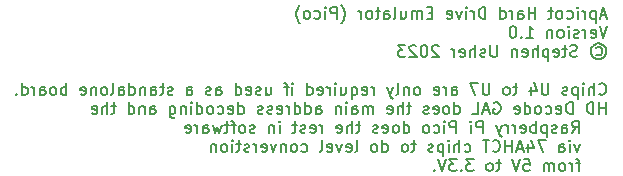
<source format=gbr>
%TF.GenerationSoftware,KiCad,Pcbnew,(6.0.9)*%
%TF.CreationDate,2022-12-18T09:22:53+00:00*%
%TF.ProjectId,Apricot-Hard-Disk-Interface,41707269-636f-4742-9d48-6172642d4469,rev?*%
%TF.SameCoordinates,Original*%
%TF.FileFunction,Legend,Bot*%
%TF.FilePolarity,Positive*%
%FSLAX46Y46*%
G04 Gerber Fmt 4.6, Leading zero omitted, Abs format (unit mm)*
G04 Created by KiCad (PCBNEW (6.0.9)) date 2022-12-18 09:22:53*
%MOMM*%
%LPD*%
G01*
G04 APERTURE LIST*
%ADD10C,0.150000*%
G04 APERTURE END LIST*
D10*
X178612023Y-108926666D02*
X178135833Y-108926666D01*
X178707261Y-109212380D02*
X178373928Y-108212380D01*
X178040595Y-109212380D01*
X177707261Y-108545714D02*
X177707261Y-109545714D01*
X177707261Y-108593333D02*
X177612023Y-108545714D01*
X177421547Y-108545714D01*
X177326309Y-108593333D01*
X177278690Y-108640952D01*
X177231071Y-108736190D01*
X177231071Y-109021904D01*
X177278690Y-109117142D01*
X177326309Y-109164761D01*
X177421547Y-109212380D01*
X177612023Y-109212380D01*
X177707261Y-109164761D01*
X176802500Y-109212380D02*
X176802500Y-108545714D01*
X176802500Y-108736190D02*
X176754880Y-108640952D01*
X176707261Y-108593333D01*
X176612023Y-108545714D01*
X176516785Y-108545714D01*
X176183452Y-109212380D02*
X176183452Y-108545714D01*
X176183452Y-108212380D02*
X176231071Y-108260000D01*
X176183452Y-108307619D01*
X176135833Y-108260000D01*
X176183452Y-108212380D01*
X176183452Y-108307619D01*
X175278690Y-109164761D02*
X175373928Y-109212380D01*
X175564404Y-109212380D01*
X175659642Y-109164761D01*
X175707261Y-109117142D01*
X175754880Y-109021904D01*
X175754880Y-108736190D01*
X175707261Y-108640952D01*
X175659642Y-108593333D01*
X175564404Y-108545714D01*
X175373928Y-108545714D01*
X175278690Y-108593333D01*
X174707261Y-109212380D02*
X174802500Y-109164761D01*
X174850119Y-109117142D01*
X174897738Y-109021904D01*
X174897738Y-108736190D01*
X174850119Y-108640952D01*
X174802500Y-108593333D01*
X174707261Y-108545714D01*
X174564404Y-108545714D01*
X174469166Y-108593333D01*
X174421547Y-108640952D01*
X174373928Y-108736190D01*
X174373928Y-109021904D01*
X174421547Y-109117142D01*
X174469166Y-109164761D01*
X174564404Y-109212380D01*
X174707261Y-109212380D01*
X174088214Y-108545714D02*
X173707261Y-108545714D01*
X173945357Y-108212380D02*
X173945357Y-109069523D01*
X173897738Y-109164761D01*
X173802500Y-109212380D01*
X173707261Y-109212380D01*
X172612023Y-109212380D02*
X172612023Y-108212380D01*
X172612023Y-108688571D02*
X172040595Y-108688571D01*
X172040595Y-109212380D02*
X172040595Y-108212380D01*
X171135833Y-109212380D02*
X171135833Y-108688571D01*
X171183452Y-108593333D01*
X171278690Y-108545714D01*
X171469166Y-108545714D01*
X171564404Y-108593333D01*
X171135833Y-109164761D02*
X171231071Y-109212380D01*
X171469166Y-109212380D01*
X171564404Y-109164761D01*
X171612023Y-109069523D01*
X171612023Y-108974285D01*
X171564404Y-108879047D01*
X171469166Y-108831428D01*
X171231071Y-108831428D01*
X171135833Y-108783809D01*
X170659642Y-109212380D02*
X170659642Y-108545714D01*
X170659642Y-108736190D02*
X170612023Y-108640952D01*
X170564404Y-108593333D01*
X170469166Y-108545714D01*
X170373928Y-108545714D01*
X169612023Y-109212380D02*
X169612023Y-108212380D01*
X169612023Y-109164761D02*
X169707261Y-109212380D01*
X169897738Y-109212380D01*
X169992976Y-109164761D01*
X170040595Y-109117142D01*
X170088214Y-109021904D01*
X170088214Y-108736190D01*
X170040595Y-108640952D01*
X169992976Y-108593333D01*
X169897738Y-108545714D01*
X169707261Y-108545714D01*
X169612023Y-108593333D01*
X168373928Y-109212380D02*
X168373928Y-108212380D01*
X168135833Y-108212380D01*
X167992976Y-108260000D01*
X167897738Y-108355238D01*
X167850119Y-108450476D01*
X167802500Y-108640952D01*
X167802500Y-108783809D01*
X167850119Y-108974285D01*
X167897738Y-109069523D01*
X167992976Y-109164761D01*
X168135833Y-109212380D01*
X168373928Y-109212380D01*
X167373928Y-109212380D02*
X167373928Y-108545714D01*
X167373928Y-108736190D02*
X167326309Y-108640952D01*
X167278690Y-108593333D01*
X167183452Y-108545714D01*
X167088214Y-108545714D01*
X166754880Y-109212380D02*
X166754880Y-108545714D01*
X166754880Y-108212380D02*
X166802500Y-108260000D01*
X166754880Y-108307619D01*
X166707261Y-108260000D01*
X166754880Y-108212380D01*
X166754880Y-108307619D01*
X166373928Y-108545714D02*
X166135833Y-109212380D01*
X165897738Y-108545714D01*
X165135833Y-109164761D02*
X165231071Y-109212380D01*
X165421547Y-109212380D01*
X165516785Y-109164761D01*
X165564404Y-109069523D01*
X165564404Y-108688571D01*
X165516785Y-108593333D01*
X165421547Y-108545714D01*
X165231071Y-108545714D01*
X165135833Y-108593333D01*
X165088214Y-108688571D01*
X165088214Y-108783809D01*
X165564404Y-108879047D01*
X163897738Y-108688571D02*
X163564404Y-108688571D01*
X163421547Y-109212380D02*
X163897738Y-109212380D01*
X163897738Y-108212380D01*
X163421547Y-108212380D01*
X162992976Y-109212380D02*
X162992976Y-108545714D01*
X162992976Y-108640952D02*
X162945357Y-108593333D01*
X162850119Y-108545714D01*
X162707261Y-108545714D01*
X162612023Y-108593333D01*
X162564404Y-108688571D01*
X162564404Y-109212380D01*
X162564404Y-108688571D02*
X162516785Y-108593333D01*
X162421547Y-108545714D01*
X162278690Y-108545714D01*
X162183452Y-108593333D01*
X162135833Y-108688571D01*
X162135833Y-109212380D01*
X161231071Y-108545714D02*
X161231071Y-109212380D01*
X161659642Y-108545714D02*
X161659642Y-109069523D01*
X161612023Y-109164761D01*
X161516785Y-109212380D01*
X161373928Y-109212380D01*
X161278690Y-109164761D01*
X161231071Y-109117142D01*
X160612023Y-109212380D02*
X160707261Y-109164761D01*
X160754880Y-109069523D01*
X160754880Y-108212380D01*
X159802500Y-109212380D02*
X159802500Y-108688571D01*
X159850119Y-108593333D01*
X159945357Y-108545714D01*
X160135833Y-108545714D01*
X160231071Y-108593333D01*
X159802500Y-109164761D02*
X159897738Y-109212380D01*
X160135833Y-109212380D01*
X160231071Y-109164761D01*
X160278690Y-109069523D01*
X160278690Y-108974285D01*
X160231071Y-108879047D01*
X160135833Y-108831428D01*
X159897738Y-108831428D01*
X159802500Y-108783809D01*
X159469166Y-108545714D02*
X159088214Y-108545714D01*
X159326309Y-108212380D02*
X159326309Y-109069523D01*
X159278690Y-109164761D01*
X159183452Y-109212380D01*
X159088214Y-109212380D01*
X158612023Y-109212380D02*
X158707261Y-109164761D01*
X158754880Y-109117142D01*
X158802500Y-109021904D01*
X158802500Y-108736190D01*
X158754880Y-108640952D01*
X158707261Y-108593333D01*
X158612023Y-108545714D01*
X158469166Y-108545714D01*
X158373928Y-108593333D01*
X158326309Y-108640952D01*
X158278690Y-108736190D01*
X158278690Y-109021904D01*
X158326309Y-109117142D01*
X158373928Y-109164761D01*
X158469166Y-109212380D01*
X158612023Y-109212380D01*
X157850119Y-109212380D02*
X157850119Y-108545714D01*
X157850119Y-108736190D02*
X157802500Y-108640952D01*
X157754880Y-108593333D01*
X157659642Y-108545714D01*
X157564404Y-108545714D01*
X156183452Y-109593333D02*
X156231071Y-109545714D01*
X156326309Y-109402857D01*
X156373928Y-109307619D01*
X156421547Y-109164761D01*
X156469166Y-108926666D01*
X156469166Y-108736190D01*
X156421547Y-108498095D01*
X156373928Y-108355238D01*
X156326309Y-108260000D01*
X156231071Y-108117142D01*
X156183452Y-108069523D01*
X155802500Y-109212380D02*
X155802500Y-108212380D01*
X155421547Y-108212380D01*
X155326309Y-108260000D01*
X155278690Y-108307619D01*
X155231071Y-108402857D01*
X155231071Y-108545714D01*
X155278690Y-108640952D01*
X155326309Y-108688571D01*
X155421547Y-108736190D01*
X155802500Y-108736190D01*
X154802500Y-109212380D02*
X154802500Y-108545714D01*
X154802500Y-108212380D02*
X154850119Y-108260000D01*
X154802500Y-108307619D01*
X154754880Y-108260000D01*
X154802500Y-108212380D01*
X154802500Y-108307619D01*
X153897738Y-109164761D02*
X153992976Y-109212380D01*
X154183452Y-109212380D01*
X154278690Y-109164761D01*
X154326309Y-109117142D01*
X154373928Y-109021904D01*
X154373928Y-108736190D01*
X154326309Y-108640952D01*
X154278690Y-108593333D01*
X154183452Y-108545714D01*
X153992976Y-108545714D01*
X153897738Y-108593333D01*
X153326309Y-109212380D02*
X153421547Y-109164761D01*
X153469166Y-109117142D01*
X153516785Y-109021904D01*
X153516785Y-108736190D01*
X153469166Y-108640952D01*
X153421547Y-108593333D01*
X153326309Y-108545714D01*
X153183452Y-108545714D01*
X153088214Y-108593333D01*
X153040595Y-108640952D01*
X152992976Y-108736190D01*
X152992976Y-109021904D01*
X153040595Y-109117142D01*
X153088214Y-109164761D01*
X153183452Y-109212380D01*
X153326309Y-109212380D01*
X152659642Y-109593333D02*
X152612023Y-109545714D01*
X152516785Y-109402857D01*
X152469166Y-109307619D01*
X152421547Y-109164761D01*
X152373928Y-108926666D01*
X152373928Y-108736190D01*
X152421547Y-108498095D01*
X152469166Y-108355238D01*
X152516785Y-108260000D01*
X152612023Y-108117142D01*
X152659642Y-108069523D01*
X178707261Y-109822380D02*
X178373928Y-110822380D01*
X178040595Y-109822380D01*
X177326309Y-110774761D02*
X177421547Y-110822380D01*
X177612023Y-110822380D01*
X177707261Y-110774761D01*
X177754880Y-110679523D01*
X177754880Y-110298571D01*
X177707261Y-110203333D01*
X177612023Y-110155714D01*
X177421547Y-110155714D01*
X177326309Y-110203333D01*
X177278690Y-110298571D01*
X177278690Y-110393809D01*
X177754880Y-110489047D01*
X176850119Y-110822380D02*
X176850119Y-110155714D01*
X176850119Y-110346190D02*
X176802500Y-110250952D01*
X176754880Y-110203333D01*
X176659642Y-110155714D01*
X176564404Y-110155714D01*
X176278690Y-110774761D02*
X176183452Y-110822380D01*
X175992976Y-110822380D01*
X175897738Y-110774761D01*
X175850119Y-110679523D01*
X175850119Y-110631904D01*
X175897738Y-110536666D01*
X175992976Y-110489047D01*
X176135833Y-110489047D01*
X176231071Y-110441428D01*
X176278690Y-110346190D01*
X176278690Y-110298571D01*
X176231071Y-110203333D01*
X176135833Y-110155714D01*
X175992976Y-110155714D01*
X175897738Y-110203333D01*
X175421547Y-110822380D02*
X175421547Y-110155714D01*
X175421547Y-109822380D02*
X175469166Y-109870000D01*
X175421547Y-109917619D01*
X175373928Y-109870000D01*
X175421547Y-109822380D01*
X175421547Y-109917619D01*
X174802500Y-110822380D02*
X174897738Y-110774761D01*
X174945357Y-110727142D01*
X174992976Y-110631904D01*
X174992976Y-110346190D01*
X174945357Y-110250952D01*
X174897738Y-110203333D01*
X174802500Y-110155714D01*
X174659642Y-110155714D01*
X174564404Y-110203333D01*
X174516785Y-110250952D01*
X174469166Y-110346190D01*
X174469166Y-110631904D01*
X174516785Y-110727142D01*
X174564404Y-110774761D01*
X174659642Y-110822380D01*
X174802500Y-110822380D01*
X174040595Y-110155714D02*
X174040595Y-110822380D01*
X174040595Y-110250952D02*
X173992976Y-110203333D01*
X173897738Y-110155714D01*
X173754880Y-110155714D01*
X173659642Y-110203333D01*
X173612023Y-110298571D01*
X173612023Y-110822380D01*
X171850119Y-110822380D02*
X172421547Y-110822380D01*
X172135833Y-110822380D02*
X172135833Y-109822380D01*
X172231071Y-109965238D01*
X172326309Y-110060476D01*
X172421547Y-110108095D01*
X171421547Y-110727142D02*
X171373928Y-110774761D01*
X171421547Y-110822380D01*
X171469166Y-110774761D01*
X171421547Y-110727142D01*
X171421547Y-110822380D01*
X170754880Y-109822380D02*
X170659642Y-109822380D01*
X170564404Y-109870000D01*
X170516785Y-109917619D01*
X170469166Y-110012857D01*
X170421547Y-110203333D01*
X170421547Y-110441428D01*
X170469166Y-110631904D01*
X170516785Y-110727142D01*
X170564404Y-110774761D01*
X170659642Y-110822380D01*
X170754880Y-110822380D01*
X170850119Y-110774761D01*
X170897738Y-110727142D01*
X170945357Y-110631904D01*
X170992976Y-110441428D01*
X170992976Y-110203333D01*
X170945357Y-110012857D01*
X170897738Y-109917619D01*
X170850119Y-109870000D01*
X170754880Y-109822380D01*
X177754880Y-111670476D02*
X177850119Y-111622857D01*
X178040595Y-111622857D01*
X178135833Y-111670476D01*
X178231071Y-111765714D01*
X178278690Y-111860952D01*
X178278690Y-112051428D01*
X178231071Y-112146666D01*
X178135833Y-112241904D01*
X178040595Y-112289523D01*
X177850119Y-112289523D01*
X177754880Y-112241904D01*
X177945357Y-111289523D02*
X178183452Y-111337142D01*
X178421547Y-111480000D01*
X178564404Y-111718095D01*
X178612023Y-111956190D01*
X178564404Y-112194285D01*
X178421547Y-112432380D01*
X178183452Y-112575238D01*
X177945357Y-112622857D01*
X177707261Y-112575238D01*
X177469166Y-112432380D01*
X177326309Y-112194285D01*
X177278690Y-111956190D01*
X177326309Y-111718095D01*
X177469166Y-111480000D01*
X177707261Y-111337142D01*
X177945357Y-111289523D01*
X176135833Y-112384761D02*
X175992976Y-112432380D01*
X175754880Y-112432380D01*
X175659642Y-112384761D01*
X175612023Y-112337142D01*
X175564404Y-112241904D01*
X175564404Y-112146666D01*
X175612023Y-112051428D01*
X175659642Y-112003809D01*
X175754880Y-111956190D01*
X175945357Y-111908571D01*
X176040595Y-111860952D01*
X176088214Y-111813333D01*
X176135833Y-111718095D01*
X176135833Y-111622857D01*
X176088214Y-111527619D01*
X176040595Y-111480000D01*
X175945357Y-111432380D01*
X175707261Y-111432380D01*
X175564404Y-111480000D01*
X175278690Y-111765714D02*
X174897738Y-111765714D01*
X175135833Y-111432380D02*
X175135833Y-112289523D01*
X175088214Y-112384761D01*
X174992976Y-112432380D01*
X174897738Y-112432380D01*
X174183452Y-112384761D02*
X174278690Y-112432380D01*
X174469166Y-112432380D01*
X174564404Y-112384761D01*
X174612023Y-112289523D01*
X174612023Y-111908571D01*
X174564404Y-111813333D01*
X174469166Y-111765714D01*
X174278690Y-111765714D01*
X174183452Y-111813333D01*
X174135833Y-111908571D01*
X174135833Y-112003809D01*
X174612023Y-112099047D01*
X173707261Y-111765714D02*
X173707261Y-112765714D01*
X173707261Y-111813333D02*
X173612023Y-111765714D01*
X173421547Y-111765714D01*
X173326309Y-111813333D01*
X173278690Y-111860952D01*
X173231071Y-111956190D01*
X173231071Y-112241904D01*
X173278690Y-112337142D01*
X173326309Y-112384761D01*
X173421547Y-112432380D01*
X173612023Y-112432380D01*
X173707261Y-112384761D01*
X172802500Y-112432380D02*
X172802500Y-111432380D01*
X172373928Y-112432380D02*
X172373928Y-111908571D01*
X172421547Y-111813333D01*
X172516785Y-111765714D01*
X172659642Y-111765714D01*
X172754880Y-111813333D01*
X172802500Y-111860952D01*
X171516785Y-112384761D02*
X171612023Y-112432380D01*
X171802500Y-112432380D01*
X171897738Y-112384761D01*
X171945357Y-112289523D01*
X171945357Y-111908571D01*
X171897738Y-111813333D01*
X171802500Y-111765714D01*
X171612023Y-111765714D01*
X171516785Y-111813333D01*
X171469166Y-111908571D01*
X171469166Y-112003809D01*
X171945357Y-112099047D01*
X171040595Y-111765714D02*
X171040595Y-112432380D01*
X171040595Y-111860952D02*
X170992976Y-111813333D01*
X170897738Y-111765714D01*
X170754880Y-111765714D01*
X170659642Y-111813333D01*
X170612023Y-111908571D01*
X170612023Y-112432380D01*
X169373928Y-111432380D02*
X169373928Y-112241904D01*
X169326309Y-112337142D01*
X169278690Y-112384761D01*
X169183452Y-112432380D01*
X168992976Y-112432380D01*
X168897738Y-112384761D01*
X168850119Y-112337142D01*
X168802500Y-112241904D01*
X168802500Y-111432380D01*
X168373928Y-112384761D02*
X168278690Y-112432380D01*
X168088214Y-112432380D01*
X167992976Y-112384761D01*
X167945357Y-112289523D01*
X167945357Y-112241904D01*
X167992976Y-112146666D01*
X168088214Y-112099047D01*
X168231071Y-112099047D01*
X168326309Y-112051428D01*
X168373928Y-111956190D01*
X168373928Y-111908571D01*
X168326309Y-111813333D01*
X168231071Y-111765714D01*
X168088214Y-111765714D01*
X167992976Y-111813333D01*
X167516785Y-112432380D02*
X167516785Y-111432380D01*
X167088214Y-112432380D02*
X167088214Y-111908571D01*
X167135833Y-111813333D01*
X167231071Y-111765714D01*
X167373928Y-111765714D01*
X167469166Y-111813333D01*
X167516785Y-111860952D01*
X166231071Y-112384761D02*
X166326309Y-112432380D01*
X166516785Y-112432380D01*
X166612023Y-112384761D01*
X166659642Y-112289523D01*
X166659642Y-111908571D01*
X166612023Y-111813333D01*
X166516785Y-111765714D01*
X166326309Y-111765714D01*
X166231071Y-111813333D01*
X166183452Y-111908571D01*
X166183452Y-112003809D01*
X166659642Y-112099047D01*
X165754880Y-112432380D02*
X165754880Y-111765714D01*
X165754880Y-111956190D02*
X165707261Y-111860952D01*
X165659642Y-111813333D01*
X165564404Y-111765714D01*
X165469166Y-111765714D01*
X164421547Y-111527619D02*
X164373928Y-111480000D01*
X164278690Y-111432380D01*
X164040595Y-111432380D01*
X163945357Y-111480000D01*
X163897738Y-111527619D01*
X163850119Y-111622857D01*
X163850119Y-111718095D01*
X163897738Y-111860952D01*
X164469166Y-112432380D01*
X163850119Y-112432380D01*
X163231071Y-111432380D02*
X163135833Y-111432380D01*
X163040595Y-111480000D01*
X162992976Y-111527619D01*
X162945357Y-111622857D01*
X162897738Y-111813333D01*
X162897738Y-112051428D01*
X162945357Y-112241904D01*
X162992976Y-112337142D01*
X163040595Y-112384761D01*
X163135833Y-112432380D01*
X163231071Y-112432380D01*
X163326309Y-112384761D01*
X163373928Y-112337142D01*
X163421547Y-112241904D01*
X163469166Y-112051428D01*
X163469166Y-111813333D01*
X163421547Y-111622857D01*
X163373928Y-111527619D01*
X163326309Y-111480000D01*
X163231071Y-111432380D01*
X162516785Y-111527619D02*
X162469166Y-111480000D01*
X162373928Y-111432380D01*
X162135833Y-111432380D01*
X162040595Y-111480000D01*
X161992976Y-111527619D01*
X161945357Y-111622857D01*
X161945357Y-111718095D01*
X161992976Y-111860952D01*
X162564404Y-112432380D01*
X161945357Y-112432380D01*
X161612023Y-111432380D02*
X160992976Y-111432380D01*
X161326309Y-111813333D01*
X161183452Y-111813333D01*
X161088214Y-111860952D01*
X161040595Y-111908571D01*
X160992976Y-112003809D01*
X160992976Y-112241904D01*
X161040595Y-112337142D01*
X161088214Y-112384761D01*
X161183452Y-112432380D01*
X161469166Y-112432380D01*
X161564404Y-112384761D01*
X161612023Y-112337142D01*
X177992976Y-115557142D02*
X178040595Y-115604761D01*
X178183452Y-115652380D01*
X178278690Y-115652380D01*
X178421547Y-115604761D01*
X178516785Y-115509523D01*
X178564404Y-115414285D01*
X178612023Y-115223809D01*
X178612023Y-115080952D01*
X178564404Y-114890476D01*
X178516785Y-114795238D01*
X178421547Y-114700000D01*
X178278690Y-114652380D01*
X178183452Y-114652380D01*
X178040595Y-114700000D01*
X177992976Y-114747619D01*
X177564404Y-115652380D02*
X177564404Y-114652380D01*
X177135833Y-115652380D02*
X177135833Y-115128571D01*
X177183452Y-115033333D01*
X177278690Y-114985714D01*
X177421547Y-114985714D01*
X177516785Y-115033333D01*
X177564404Y-115080952D01*
X176659642Y-115652380D02*
X176659642Y-114985714D01*
X176659642Y-114652380D02*
X176707261Y-114700000D01*
X176659642Y-114747619D01*
X176612023Y-114700000D01*
X176659642Y-114652380D01*
X176659642Y-114747619D01*
X176183452Y-114985714D02*
X176183452Y-115985714D01*
X176183452Y-115033333D02*
X176088214Y-114985714D01*
X175897738Y-114985714D01*
X175802500Y-115033333D01*
X175754880Y-115080952D01*
X175707261Y-115176190D01*
X175707261Y-115461904D01*
X175754880Y-115557142D01*
X175802500Y-115604761D01*
X175897738Y-115652380D01*
X176088214Y-115652380D01*
X176183452Y-115604761D01*
X175326309Y-115604761D02*
X175231071Y-115652380D01*
X175040595Y-115652380D01*
X174945357Y-115604761D01*
X174897738Y-115509523D01*
X174897738Y-115461904D01*
X174945357Y-115366666D01*
X175040595Y-115319047D01*
X175183452Y-115319047D01*
X175278690Y-115271428D01*
X175326309Y-115176190D01*
X175326309Y-115128571D01*
X175278690Y-115033333D01*
X175183452Y-114985714D01*
X175040595Y-114985714D01*
X174945357Y-115033333D01*
X173707261Y-114652380D02*
X173707261Y-115461904D01*
X173659642Y-115557142D01*
X173612023Y-115604761D01*
X173516785Y-115652380D01*
X173326309Y-115652380D01*
X173231071Y-115604761D01*
X173183452Y-115557142D01*
X173135833Y-115461904D01*
X173135833Y-114652380D01*
X172231071Y-114985714D02*
X172231071Y-115652380D01*
X172469166Y-114604761D02*
X172707261Y-115319047D01*
X172088214Y-115319047D01*
X171088214Y-114985714D02*
X170707261Y-114985714D01*
X170945357Y-114652380D02*
X170945357Y-115509523D01*
X170897738Y-115604761D01*
X170802500Y-115652380D01*
X170707261Y-115652380D01*
X170231071Y-115652380D02*
X170326309Y-115604761D01*
X170373928Y-115557142D01*
X170421547Y-115461904D01*
X170421547Y-115176190D01*
X170373928Y-115080952D01*
X170326309Y-115033333D01*
X170231071Y-114985714D01*
X170088214Y-114985714D01*
X169992976Y-115033333D01*
X169945357Y-115080952D01*
X169897738Y-115176190D01*
X169897738Y-115461904D01*
X169945357Y-115557142D01*
X169992976Y-115604761D01*
X170088214Y-115652380D01*
X170231071Y-115652380D01*
X168707261Y-114652380D02*
X168707261Y-115461904D01*
X168659642Y-115557142D01*
X168612023Y-115604761D01*
X168516785Y-115652380D01*
X168326309Y-115652380D01*
X168231071Y-115604761D01*
X168183452Y-115557142D01*
X168135833Y-115461904D01*
X168135833Y-114652380D01*
X167754880Y-114652380D02*
X167088214Y-114652380D01*
X167516785Y-115652380D01*
X165516785Y-115652380D02*
X165516785Y-115128571D01*
X165564404Y-115033333D01*
X165659642Y-114985714D01*
X165850119Y-114985714D01*
X165945357Y-115033333D01*
X165516785Y-115604761D02*
X165612023Y-115652380D01*
X165850119Y-115652380D01*
X165945357Y-115604761D01*
X165992976Y-115509523D01*
X165992976Y-115414285D01*
X165945357Y-115319047D01*
X165850119Y-115271428D01*
X165612023Y-115271428D01*
X165516785Y-115223809D01*
X165040595Y-115652380D02*
X165040595Y-114985714D01*
X165040595Y-115176190D02*
X164992976Y-115080952D01*
X164945357Y-115033333D01*
X164850119Y-114985714D01*
X164754880Y-114985714D01*
X164040595Y-115604761D02*
X164135833Y-115652380D01*
X164326309Y-115652380D01*
X164421547Y-115604761D01*
X164469166Y-115509523D01*
X164469166Y-115128571D01*
X164421547Y-115033333D01*
X164326309Y-114985714D01*
X164135833Y-114985714D01*
X164040595Y-115033333D01*
X163992976Y-115128571D01*
X163992976Y-115223809D01*
X164469166Y-115319047D01*
X162659642Y-115652380D02*
X162754880Y-115604761D01*
X162802500Y-115557142D01*
X162850119Y-115461904D01*
X162850119Y-115176190D01*
X162802500Y-115080952D01*
X162754880Y-115033333D01*
X162659642Y-114985714D01*
X162516785Y-114985714D01*
X162421547Y-115033333D01*
X162373928Y-115080952D01*
X162326309Y-115176190D01*
X162326309Y-115461904D01*
X162373928Y-115557142D01*
X162421547Y-115604761D01*
X162516785Y-115652380D01*
X162659642Y-115652380D01*
X161897738Y-114985714D02*
X161897738Y-115652380D01*
X161897738Y-115080952D02*
X161850119Y-115033333D01*
X161754880Y-114985714D01*
X161612023Y-114985714D01*
X161516785Y-115033333D01*
X161469166Y-115128571D01*
X161469166Y-115652380D01*
X160850119Y-115652380D02*
X160945357Y-115604761D01*
X160992976Y-115509523D01*
X160992976Y-114652380D01*
X160564404Y-114985714D02*
X160326309Y-115652380D01*
X160088214Y-114985714D02*
X160326309Y-115652380D01*
X160421547Y-115890476D01*
X160469166Y-115938095D01*
X160564404Y-115985714D01*
X158945357Y-115652380D02*
X158945357Y-114985714D01*
X158945357Y-115176190D02*
X158897738Y-115080952D01*
X158850119Y-115033333D01*
X158754880Y-114985714D01*
X158659642Y-114985714D01*
X157945357Y-115604761D02*
X158040595Y-115652380D01*
X158231071Y-115652380D01*
X158326309Y-115604761D01*
X158373928Y-115509523D01*
X158373928Y-115128571D01*
X158326309Y-115033333D01*
X158231071Y-114985714D01*
X158040595Y-114985714D01*
X157945357Y-115033333D01*
X157897738Y-115128571D01*
X157897738Y-115223809D01*
X158373928Y-115319047D01*
X157040595Y-114985714D02*
X157040595Y-115985714D01*
X157040595Y-115604761D02*
X157135833Y-115652380D01*
X157326309Y-115652380D01*
X157421547Y-115604761D01*
X157469166Y-115557142D01*
X157516785Y-115461904D01*
X157516785Y-115176190D01*
X157469166Y-115080952D01*
X157421547Y-115033333D01*
X157326309Y-114985714D01*
X157135833Y-114985714D01*
X157040595Y-115033333D01*
X156135833Y-114985714D02*
X156135833Y-115652380D01*
X156564404Y-114985714D02*
X156564404Y-115509523D01*
X156516785Y-115604761D01*
X156421547Y-115652380D01*
X156278690Y-115652380D01*
X156183452Y-115604761D01*
X156135833Y-115557142D01*
X155659642Y-115652380D02*
X155659642Y-114985714D01*
X155659642Y-114652380D02*
X155707261Y-114700000D01*
X155659642Y-114747619D01*
X155612023Y-114700000D01*
X155659642Y-114652380D01*
X155659642Y-114747619D01*
X155183452Y-115652380D02*
X155183452Y-114985714D01*
X155183452Y-115176190D02*
X155135833Y-115080952D01*
X155088214Y-115033333D01*
X154992976Y-114985714D01*
X154897738Y-114985714D01*
X154183452Y-115604761D02*
X154278690Y-115652380D01*
X154469166Y-115652380D01*
X154564404Y-115604761D01*
X154612023Y-115509523D01*
X154612023Y-115128571D01*
X154564404Y-115033333D01*
X154469166Y-114985714D01*
X154278690Y-114985714D01*
X154183452Y-115033333D01*
X154135833Y-115128571D01*
X154135833Y-115223809D01*
X154612023Y-115319047D01*
X153278690Y-115652380D02*
X153278690Y-114652380D01*
X153278690Y-115604761D02*
X153373928Y-115652380D01*
X153564404Y-115652380D01*
X153659642Y-115604761D01*
X153707261Y-115557142D01*
X153754880Y-115461904D01*
X153754880Y-115176190D01*
X153707261Y-115080952D01*
X153659642Y-115033333D01*
X153564404Y-114985714D01*
X153373928Y-114985714D01*
X153278690Y-115033333D01*
X152040595Y-115652380D02*
X152040595Y-114985714D01*
X152040595Y-114652380D02*
X152088214Y-114700000D01*
X152040595Y-114747619D01*
X151992976Y-114700000D01*
X152040595Y-114652380D01*
X152040595Y-114747619D01*
X151707261Y-114985714D02*
X151326309Y-114985714D01*
X151564404Y-115652380D02*
X151564404Y-114795238D01*
X151516785Y-114700000D01*
X151421547Y-114652380D01*
X151326309Y-114652380D01*
X149802500Y-114985714D02*
X149802500Y-115652380D01*
X150231071Y-114985714D02*
X150231071Y-115509523D01*
X150183452Y-115604761D01*
X150088214Y-115652380D01*
X149945357Y-115652380D01*
X149850119Y-115604761D01*
X149802500Y-115557142D01*
X149373928Y-115604761D02*
X149278690Y-115652380D01*
X149088214Y-115652380D01*
X148992976Y-115604761D01*
X148945357Y-115509523D01*
X148945357Y-115461904D01*
X148992976Y-115366666D01*
X149088214Y-115319047D01*
X149231071Y-115319047D01*
X149326309Y-115271428D01*
X149373928Y-115176190D01*
X149373928Y-115128571D01*
X149326309Y-115033333D01*
X149231071Y-114985714D01*
X149088214Y-114985714D01*
X148992976Y-115033333D01*
X148135833Y-115604761D02*
X148231071Y-115652380D01*
X148421547Y-115652380D01*
X148516785Y-115604761D01*
X148564404Y-115509523D01*
X148564404Y-115128571D01*
X148516785Y-115033333D01*
X148421547Y-114985714D01*
X148231071Y-114985714D01*
X148135833Y-115033333D01*
X148088214Y-115128571D01*
X148088214Y-115223809D01*
X148564404Y-115319047D01*
X147231071Y-115652380D02*
X147231071Y-114652380D01*
X147231071Y-115604761D02*
X147326309Y-115652380D01*
X147516785Y-115652380D01*
X147612023Y-115604761D01*
X147659642Y-115557142D01*
X147707261Y-115461904D01*
X147707261Y-115176190D01*
X147659642Y-115080952D01*
X147612023Y-115033333D01*
X147516785Y-114985714D01*
X147326309Y-114985714D01*
X147231071Y-115033333D01*
X145564404Y-115652380D02*
X145564404Y-115128571D01*
X145612023Y-115033333D01*
X145707261Y-114985714D01*
X145897738Y-114985714D01*
X145992976Y-115033333D01*
X145564404Y-115604761D02*
X145659642Y-115652380D01*
X145897738Y-115652380D01*
X145992976Y-115604761D01*
X146040595Y-115509523D01*
X146040595Y-115414285D01*
X145992976Y-115319047D01*
X145897738Y-115271428D01*
X145659642Y-115271428D01*
X145564404Y-115223809D01*
X145135833Y-115604761D02*
X145040595Y-115652380D01*
X144850119Y-115652380D01*
X144754880Y-115604761D01*
X144707261Y-115509523D01*
X144707261Y-115461904D01*
X144754880Y-115366666D01*
X144850119Y-115319047D01*
X144992976Y-115319047D01*
X145088214Y-115271428D01*
X145135833Y-115176190D01*
X145135833Y-115128571D01*
X145088214Y-115033333D01*
X144992976Y-114985714D01*
X144850119Y-114985714D01*
X144754880Y-115033333D01*
X143088214Y-115652380D02*
X143088214Y-115128571D01*
X143135833Y-115033333D01*
X143231071Y-114985714D01*
X143421547Y-114985714D01*
X143516785Y-115033333D01*
X143088214Y-115604761D02*
X143183452Y-115652380D01*
X143421547Y-115652380D01*
X143516785Y-115604761D01*
X143564404Y-115509523D01*
X143564404Y-115414285D01*
X143516785Y-115319047D01*
X143421547Y-115271428D01*
X143183452Y-115271428D01*
X143088214Y-115223809D01*
X141897738Y-115604761D02*
X141802500Y-115652380D01*
X141612023Y-115652380D01*
X141516785Y-115604761D01*
X141469166Y-115509523D01*
X141469166Y-115461904D01*
X141516785Y-115366666D01*
X141612023Y-115319047D01*
X141754880Y-115319047D01*
X141850119Y-115271428D01*
X141897738Y-115176190D01*
X141897738Y-115128571D01*
X141850119Y-115033333D01*
X141754880Y-114985714D01*
X141612023Y-114985714D01*
X141516785Y-115033333D01*
X141183452Y-114985714D02*
X140802500Y-114985714D01*
X141040595Y-114652380D02*
X141040595Y-115509523D01*
X140992976Y-115604761D01*
X140897738Y-115652380D01*
X140802500Y-115652380D01*
X140040595Y-115652380D02*
X140040595Y-115128571D01*
X140088214Y-115033333D01*
X140183452Y-114985714D01*
X140373928Y-114985714D01*
X140469166Y-115033333D01*
X140040595Y-115604761D02*
X140135833Y-115652380D01*
X140373928Y-115652380D01*
X140469166Y-115604761D01*
X140516785Y-115509523D01*
X140516785Y-115414285D01*
X140469166Y-115319047D01*
X140373928Y-115271428D01*
X140135833Y-115271428D01*
X140040595Y-115223809D01*
X139564404Y-114985714D02*
X139564404Y-115652380D01*
X139564404Y-115080952D02*
X139516785Y-115033333D01*
X139421547Y-114985714D01*
X139278690Y-114985714D01*
X139183452Y-115033333D01*
X139135833Y-115128571D01*
X139135833Y-115652380D01*
X138231071Y-115652380D02*
X138231071Y-114652380D01*
X138231071Y-115604761D02*
X138326309Y-115652380D01*
X138516785Y-115652380D01*
X138612023Y-115604761D01*
X138659642Y-115557142D01*
X138707261Y-115461904D01*
X138707261Y-115176190D01*
X138659642Y-115080952D01*
X138612023Y-115033333D01*
X138516785Y-114985714D01*
X138326309Y-114985714D01*
X138231071Y-115033333D01*
X137326309Y-115652380D02*
X137326309Y-115128571D01*
X137373928Y-115033333D01*
X137469166Y-114985714D01*
X137659642Y-114985714D01*
X137754880Y-115033333D01*
X137326309Y-115604761D02*
X137421547Y-115652380D01*
X137659642Y-115652380D01*
X137754880Y-115604761D01*
X137802500Y-115509523D01*
X137802500Y-115414285D01*
X137754880Y-115319047D01*
X137659642Y-115271428D01*
X137421547Y-115271428D01*
X137326309Y-115223809D01*
X136707261Y-115652380D02*
X136802500Y-115604761D01*
X136850119Y-115509523D01*
X136850119Y-114652380D01*
X136183452Y-115652380D02*
X136278690Y-115604761D01*
X136326309Y-115557142D01*
X136373928Y-115461904D01*
X136373928Y-115176190D01*
X136326309Y-115080952D01*
X136278690Y-115033333D01*
X136183452Y-114985714D01*
X136040595Y-114985714D01*
X135945357Y-115033333D01*
X135897738Y-115080952D01*
X135850119Y-115176190D01*
X135850119Y-115461904D01*
X135897738Y-115557142D01*
X135945357Y-115604761D01*
X136040595Y-115652380D01*
X136183452Y-115652380D01*
X135421547Y-114985714D02*
X135421547Y-115652380D01*
X135421547Y-115080952D02*
X135373928Y-115033333D01*
X135278690Y-114985714D01*
X135135833Y-114985714D01*
X135040595Y-115033333D01*
X134992976Y-115128571D01*
X134992976Y-115652380D01*
X134135833Y-115604761D02*
X134231071Y-115652380D01*
X134421547Y-115652380D01*
X134516785Y-115604761D01*
X134564404Y-115509523D01*
X134564404Y-115128571D01*
X134516785Y-115033333D01*
X134421547Y-114985714D01*
X134231071Y-114985714D01*
X134135833Y-115033333D01*
X134088214Y-115128571D01*
X134088214Y-115223809D01*
X134564404Y-115319047D01*
X132897738Y-115652380D02*
X132897738Y-114652380D01*
X132897738Y-115033333D02*
X132802500Y-114985714D01*
X132612023Y-114985714D01*
X132516785Y-115033333D01*
X132469166Y-115080952D01*
X132421547Y-115176190D01*
X132421547Y-115461904D01*
X132469166Y-115557142D01*
X132516785Y-115604761D01*
X132612023Y-115652380D01*
X132802500Y-115652380D01*
X132897738Y-115604761D01*
X131850119Y-115652380D02*
X131945357Y-115604761D01*
X131992976Y-115557142D01*
X132040595Y-115461904D01*
X132040595Y-115176190D01*
X131992976Y-115080952D01*
X131945357Y-115033333D01*
X131850119Y-114985714D01*
X131707261Y-114985714D01*
X131612023Y-115033333D01*
X131564404Y-115080952D01*
X131516785Y-115176190D01*
X131516785Y-115461904D01*
X131564404Y-115557142D01*
X131612023Y-115604761D01*
X131707261Y-115652380D01*
X131850119Y-115652380D01*
X130659642Y-115652380D02*
X130659642Y-115128571D01*
X130707261Y-115033333D01*
X130802500Y-114985714D01*
X130992976Y-114985714D01*
X131088214Y-115033333D01*
X130659642Y-115604761D02*
X130754880Y-115652380D01*
X130992976Y-115652380D01*
X131088214Y-115604761D01*
X131135833Y-115509523D01*
X131135833Y-115414285D01*
X131088214Y-115319047D01*
X130992976Y-115271428D01*
X130754880Y-115271428D01*
X130659642Y-115223809D01*
X130183452Y-115652380D02*
X130183452Y-114985714D01*
X130183452Y-115176190D02*
X130135833Y-115080952D01*
X130088214Y-115033333D01*
X129992976Y-114985714D01*
X129897738Y-114985714D01*
X129135833Y-115652380D02*
X129135833Y-114652380D01*
X129135833Y-115604761D02*
X129231071Y-115652380D01*
X129421547Y-115652380D01*
X129516785Y-115604761D01*
X129564404Y-115557142D01*
X129612023Y-115461904D01*
X129612023Y-115176190D01*
X129564404Y-115080952D01*
X129516785Y-115033333D01*
X129421547Y-114985714D01*
X129231071Y-114985714D01*
X129135833Y-115033333D01*
X128659642Y-115557142D02*
X128612023Y-115604761D01*
X128659642Y-115652380D01*
X128707261Y-115604761D01*
X128659642Y-115557142D01*
X128659642Y-115652380D01*
X178564404Y-117262380D02*
X178564404Y-116262380D01*
X178564404Y-116738571D02*
X177992976Y-116738571D01*
X177992976Y-117262380D02*
X177992976Y-116262380D01*
X177516785Y-117262380D02*
X177516785Y-116262380D01*
X177278690Y-116262380D01*
X177135833Y-116310000D01*
X177040595Y-116405238D01*
X176992976Y-116500476D01*
X176945357Y-116690952D01*
X176945357Y-116833809D01*
X176992976Y-117024285D01*
X177040595Y-117119523D01*
X177135833Y-117214761D01*
X177278690Y-117262380D01*
X177516785Y-117262380D01*
X175754880Y-117262380D02*
X175754880Y-116262380D01*
X175516785Y-116262380D01*
X175373928Y-116310000D01*
X175278690Y-116405238D01*
X175231071Y-116500476D01*
X175183452Y-116690952D01*
X175183452Y-116833809D01*
X175231071Y-117024285D01*
X175278690Y-117119523D01*
X175373928Y-117214761D01*
X175516785Y-117262380D01*
X175754880Y-117262380D01*
X174373928Y-117214761D02*
X174469166Y-117262380D01*
X174659642Y-117262380D01*
X174754880Y-117214761D01*
X174802500Y-117119523D01*
X174802500Y-116738571D01*
X174754880Y-116643333D01*
X174659642Y-116595714D01*
X174469166Y-116595714D01*
X174373928Y-116643333D01*
X174326309Y-116738571D01*
X174326309Y-116833809D01*
X174802500Y-116929047D01*
X173469166Y-117214761D02*
X173564404Y-117262380D01*
X173754880Y-117262380D01*
X173850119Y-117214761D01*
X173897738Y-117167142D01*
X173945357Y-117071904D01*
X173945357Y-116786190D01*
X173897738Y-116690952D01*
X173850119Y-116643333D01*
X173754880Y-116595714D01*
X173564404Y-116595714D01*
X173469166Y-116643333D01*
X172897738Y-117262380D02*
X172992976Y-117214761D01*
X173040595Y-117167142D01*
X173088214Y-117071904D01*
X173088214Y-116786190D01*
X173040595Y-116690952D01*
X172992976Y-116643333D01*
X172897738Y-116595714D01*
X172754880Y-116595714D01*
X172659642Y-116643333D01*
X172612023Y-116690952D01*
X172564404Y-116786190D01*
X172564404Y-117071904D01*
X172612023Y-117167142D01*
X172659642Y-117214761D01*
X172754880Y-117262380D01*
X172897738Y-117262380D01*
X171707261Y-117262380D02*
X171707261Y-116262380D01*
X171707261Y-117214761D02*
X171802500Y-117262380D01*
X171992976Y-117262380D01*
X172088214Y-117214761D01*
X172135833Y-117167142D01*
X172183452Y-117071904D01*
X172183452Y-116786190D01*
X172135833Y-116690952D01*
X172088214Y-116643333D01*
X171992976Y-116595714D01*
X171802500Y-116595714D01*
X171707261Y-116643333D01*
X170850119Y-117214761D02*
X170945357Y-117262380D01*
X171135833Y-117262380D01*
X171231071Y-117214761D01*
X171278690Y-117119523D01*
X171278690Y-116738571D01*
X171231071Y-116643333D01*
X171135833Y-116595714D01*
X170945357Y-116595714D01*
X170850119Y-116643333D01*
X170802500Y-116738571D01*
X170802500Y-116833809D01*
X171278690Y-116929047D01*
X169088214Y-116310000D02*
X169183452Y-116262380D01*
X169326309Y-116262380D01*
X169469166Y-116310000D01*
X169564404Y-116405238D01*
X169612023Y-116500476D01*
X169659642Y-116690952D01*
X169659642Y-116833809D01*
X169612023Y-117024285D01*
X169564404Y-117119523D01*
X169469166Y-117214761D01*
X169326309Y-117262380D01*
X169231071Y-117262380D01*
X169088214Y-117214761D01*
X169040595Y-117167142D01*
X169040595Y-116833809D01*
X169231071Y-116833809D01*
X168659642Y-116976666D02*
X168183452Y-116976666D01*
X168754880Y-117262380D02*
X168421547Y-116262380D01*
X168088214Y-117262380D01*
X167278690Y-117262380D02*
X167754880Y-117262380D01*
X167754880Y-116262380D01*
X165754880Y-117262380D02*
X165754880Y-116262380D01*
X165754880Y-117214761D02*
X165850119Y-117262380D01*
X166040595Y-117262380D01*
X166135833Y-117214761D01*
X166183452Y-117167142D01*
X166231071Y-117071904D01*
X166231071Y-116786190D01*
X166183452Y-116690952D01*
X166135833Y-116643333D01*
X166040595Y-116595714D01*
X165850119Y-116595714D01*
X165754880Y-116643333D01*
X165135833Y-117262380D02*
X165231071Y-117214761D01*
X165278690Y-117167142D01*
X165326309Y-117071904D01*
X165326309Y-116786190D01*
X165278690Y-116690952D01*
X165231071Y-116643333D01*
X165135833Y-116595714D01*
X164992976Y-116595714D01*
X164897738Y-116643333D01*
X164850119Y-116690952D01*
X164802500Y-116786190D01*
X164802500Y-117071904D01*
X164850119Y-117167142D01*
X164897738Y-117214761D01*
X164992976Y-117262380D01*
X165135833Y-117262380D01*
X163992976Y-117214761D02*
X164088214Y-117262380D01*
X164278690Y-117262380D01*
X164373928Y-117214761D01*
X164421547Y-117119523D01*
X164421547Y-116738571D01*
X164373928Y-116643333D01*
X164278690Y-116595714D01*
X164088214Y-116595714D01*
X163992976Y-116643333D01*
X163945357Y-116738571D01*
X163945357Y-116833809D01*
X164421547Y-116929047D01*
X163564404Y-117214761D02*
X163469166Y-117262380D01*
X163278690Y-117262380D01*
X163183452Y-117214761D01*
X163135833Y-117119523D01*
X163135833Y-117071904D01*
X163183452Y-116976666D01*
X163278690Y-116929047D01*
X163421547Y-116929047D01*
X163516785Y-116881428D01*
X163564404Y-116786190D01*
X163564404Y-116738571D01*
X163516785Y-116643333D01*
X163421547Y-116595714D01*
X163278690Y-116595714D01*
X163183452Y-116643333D01*
X162088214Y-116595714D02*
X161707261Y-116595714D01*
X161945357Y-116262380D02*
X161945357Y-117119523D01*
X161897738Y-117214761D01*
X161802500Y-117262380D01*
X161707261Y-117262380D01*
X161373928Y-117262380D02*
X161373928Y-116262380D01*
X160945357Y-117262380D02*
X160945357Y-116738571D01*
X160992976Y-116643333D01*
X161088214Y-116595714D01*
X161231071Y-116595714D01*
X161326309Y-116643333D01*
X161373928Y-116690952D01*
X160088214Y-117214761D02*
X160183452Y-117262380D01*
X160373928Y-117262380D01*
X160469166Y-117214761D01*
X160516785Y-117119523D01*
X160516785Y-116738571D01*
X160469166Y-116643333D01*
X160373928Y-116595714D01*
X160183452Y-116595714D01*
X160088214Y-116643333D01*
X160040595Y-116738571D01*
X160040595Y-116833809D01*
X160516785Y-116929047D01*
X158850119Y-117262380D02*
X158850119Y-116595714D01*
X158850119Y-116690952D02*
X158802500Y-116643333D01*
X158707261Y-116595714D01*
X158564404Y-116595714D01*
X158469166Y-116643333D01*
X158421547Y-116738571D01*
X158421547Y-117262380D01*
X158421547Y-116738571D02*
X158373928Y-116643333D01*
X158278690Y-116595714D01*
X158135833Y-116595714D01*
X158040595Y-116643333D01*
X157992976Y-116738571D01*
X157992976Y-117262380D01*
X157088214Y-117262380D02*
X157088214Y-116738571D01*
X157135833Y-116643333D01*
X157231071Y-116595714D01*
X157421547Y-116595714D01*
X157516785Y-116643333D01*
X157088214Y-117214761D02*
X157183452Y-117262380D01*
X157421547Y-117262380D01*
X157516785Y-117214761D01*
X157564404Y-117119523D01*
X157564404Y-117024285D01*
X157516785Y-116929047D01*
X157421547Y-116881428D01*
X157183452Y-116881428D01*
X157088214Y-116833809D01*
X156612023Y-117262380D02*
X156612023Y-116595714D01*
X156612023Y-116262380D02*
X156659642Y-116310000D01*
X156612023Y-116357619D01*
X156564404Y-116310000D01*
X156612023Y-116262380D01*
X156612023Y-116357619D01*
X156135833Y-116595714D02*
X156135833Y-117262380D01*
X156135833Y-116690952D02*
X156088214Y-116643333D01*
X155992976Y-116595714D01*
X155850119Y-116595714D01*
X155754880Y-116643333D01*
X155707261Y-116738571D01*
X155707261Y-117262380D01*
X154040595Y-117262380D02*
X154040595Y-116738571D01*
X154088214Y-116643333D01*
X154183452Y-116595714D01*
X154373928Y-116595714D01*
X154469166Y-116643333D01*
X154040595Y-117214761D02*
X154135833Y-117262380D01*
X154373928Y-117262380D01*
X154469166Y-117214761D01*
X154516785Y-117119523D01*
X154516785Y-117024285D01*
X154469166Y-116929047D01*
X154373928Y-116881428D01*
X154135833Y-116881428D01*
X154040595Y-116833809D01*
X153135833Y-117262380D02*
X153135833Y-116262380D01*
X153135833Y-117214761D02*
X153231071Y-117262380D01*
X153421547Y-117262380D01*
X153516785Y-117214761D01*
X153564404Y-117167142D01*
X153612023Y-117071904D01*
X153612023Y-116786190D01*
X153564404Y-116690952D01*
X153516785Y-116643333D01*
X153421547Y-116595714D01*
X153231071Y-116595714D01*
X153135833Y-116643333D01*
X152231071Y-117262380D02*
X152231071Y-116262380D01*
X152231071Y-117214761D02*
X152326309Y-117262380D01*
X152516785Y-117262380D01*
X152612023Y-117214761D01*
X152659642Y-117167142D01*
X152707261Y-117071904D01*
X152707261Y-116786190D01*
X152659642Y-116690952D01*
X152612023Y-116643333D01*
X152516785Y-116595714D01*
X152326309Y-116595714D01*
X152231071Y-116643333D01*
X151754880Y-117262380D02*
X151754880Y-116595714D01*
X151754880Y-116786190D02*
X151707261Y-116690952D01*
X151659642Y-116643333D01*
X151564404Y-116595714D01*
X151469166Y-116595714D01*
X150754880Y-117214761D02*
X150850119Y-117262380D01*
X151040595Y-117262380D01*
X151135833Y-117214761D01*
X151183452Y-117119523D01*
X151183452Y-116738571D01*
X151135833Y-116643333D01*
X151040595Y-116595714D01*
X150850119Y-116595714D01*
X150754880Y-116643333D01*
X150707261Y-116738571D01*
X150707261Y-116833809D01*
X151183452Y-116929047D01*
X150326309Y-117214761D02*
X150231071Y-117262380D01*
X150040595Y-117262380D01*
X149945357Y-117214761D01*
X149897738Y-117119523D01*
X149897738Y-117071904D01*
X149945357Y-116976666D01*
X150040595Y-116929047D01*
X150183452Y-116929047D01*
X150278690Y-116881428D01*
X150326309Y-116786190D01*
X150326309Y-116738571D01*
X150278690Y-116643333D01*
X150183452Y-116595714D01*
X150040595Y-116595714D01*
X149945357Y-116643333D01*
X149516785Y-117214761D02*
X149421547Y-117262380D01*
X149231071Y-117262380D01*
X149135833Y-117214761D01*
X149088214Y-117119523D01*
X149088214Y-117071904D01*
X149135833Y-116976666D01*
X149231071Y-116929047D01*
X149373928Y-116929047D01*
X149469166Y-116881428D01*
X149516785Y-116786190D01*
X149516785Y-116738571D01*
X149469166Y-116643333D01*
X149373928Y-116595714D01*
X149231071Y-116595714D01*
X149135833Y-116643333D01*
X147469166Y-117262380D02*
X147469166Y-116262380D01*
X147469166Y-117214761D02*
X147564404Y-117262380D01*
X147754880Y-117262380D01*
X147850119Y-117214761D01*
X147897738Y-117167142D01*
X147945357Y-117071904D01*
X147945357Y-116786190D01*
X147897738Y-116690952D01*
X147850119Y-116643333D01*
X147754880Y-116595714D01*
X147564404Y-116595714D01*
X147469166Y-116643333D01*
X146612023Y-117214761D02*
X146707261Y-117262380D01*
X146897738Y-117262380D01*
X146992976Y-117214761D01*
X147040595Y-117119523D01*
X147040595Y-116738571D01*
X146992976Y-116643333D01*
X146897738Y-116595714D01*
X146707261Y-116595714D01*
X146612023Y-116643333D01*
X146564404Y-116738571D01*
X146564404Y-116833809D01*
X147040595Y-116929047D01*
X145707261Y-117214761D02*
X145802500Y-117262380D01*
X145992976Y-117262380D01*
X146088214Y-117214761D01*
X146135833Y-117167142D01*
X146183452Y-117071904D01*
X146183452Y-116786190D01*
X146135833Y-116690952D01*
X146088214Y-116643333D01*
X145992976Y-116595714D01*
X145802500Y-116595714D01*
X145707261Y-116643333D01*
X145135833Y-117262380D02*
X145231071Y-117214761D01*
X145278690Y-117167142D01*
X145326309Y-117071904D01*
X145326309Y-116786190D01*
X145278690Y-116690952D01*
X145231071Y-116643333D01*
X145135833Y-116595714D01*
X144992976Y-116595714D01*
X144897738Y-116643333D01*
X144850119Y-116690952D01*
X144802500Y-116786190D01*
X144802500Y-117071904D01*
X144850119Y-117167142D01*
X144897738Y-117214761D01*
X144992976Y-117262380D01*
X145135833Y-117262380D01*
X143945357Y-117262380D02*
X143945357Y-116262380D01*
X143945357Y-117214761D02*
X144040595Y-117262380D01*
X144231071Y-117262380D01*
X144326309Y-117214761D01*
X144373928Y-117167142D01*
X144421547Y-117071904D01*
X144421547Y-116786190D01*
X144373928Y-116690952D01*
X144326309Y-116643333D01*
X144231071Y-116595714D01*
X144040595Y-116595714D01*
X143945357Y-116643333D01*
X143469166Y-117262380D02*
X143469166Y-116595714D01*
X143469166Y-116262380D02*
X143516785Y-116310000D01*
X143469166Y-116357619D01*
X143421547Y-116310000D01*
X143469166Y-116262380D01*
X143469166Y-116357619D01*
X142992976Y-116595714D02*
X142992976Y-117262380D01*
X142992976Y-116690952D02*
X142945357Y-116643333D01*
X142850119Y-116595714D01*
X142707261Y-116595714D01*
X142612023Y-116643333D01*
X142564404Y-116738571D01*
X142564404Y-117262380D01*
X141659642Y-116595714D02*
X141659642Y-117405238D01*
X141707261Y-117500476D01*
X141754880Y-117548095D01*
X141850119Y-117595714D01*
X141992976Y-117595714D01*
X142088214Y-117548095D01*
X141659642Y-117214761D02*
X141754880Y-117262380D01*
X141945357Y-117262380D01*
X142040595Y-117214761D01*
X142088214Y-117167142D01*
X142135833Y-117071904D01*
X142135833Y-116786190D01*
X142088214Y-116690952D01*
X142040595Y-116643333D01*
X141945357Y-116595714D01*
X141754880Y-116595714D01*
X141659642Y-116643333D01*
X139992976Y-117262380D02*
X139992976Y-116738571D01*
X140040595Y-116643333D01*
X140135833Y-116595714D01*
X140326309Y-116595714D01*
X140421547Y-116643333D01*
X139992976Y-117214761D02*
X140088214Y-117262380D01*
X140326309Y-117262380D01*
X140421547Y-117214761D01*
X140469166Y-117119523D01*
X140469166Y-117024285D01*
X140421547Y-116929047D01*
X140326309Y-116881428D01*
X140088214Y-116881428D01*
X139992976Y-116833809D01*
X139516785Y-116595714D02*
X139516785Y-117262380D01*
X139516785Y-116690952D02*
X139469166Y-116643333D01*
X139373928Y-116595714D01*
X139231071Y-116595714D01*
X139135833Y-116643333D01*
X139088214Y-116738571D01*
X139088214Y-117262380D01*
X138183452Y-117262380D02*
X138183452Y-116262380D01*
X138183452Y-117214761D02*
X138278690Y-117262380D01*
X138469166Y-117262380D01*
X138564404Y-117214761D01*
X138612023Y-117167142D01*
X138659642Y-117071904D01*
X138659642Y-116786190D01*
X138612023Y-116690952D01*
X138564404Y-116643333D01*
X138469166Y-116595714D01*
X138278690Y-116595714D01*
X138183452Y-116643333D01*
X137088214Y-116595714D02*
X136707261Y-116595714D01*
X136945357Y-116262380D02*
X136945357Y-117119523D01*
X136897738Y-117214761D01*
X136802500Y-117262380D01*
X136707261Y-117262380D01*
X136373928Y-117262380D02*
X136373928Y-116262380D01*
X135945357Y-117262380D02*
X135945357Y-116738571D01*
X135992976Y-116643333D01*
X136088214Y-116595714D01*
X136231071Y-116595714D01*
X136326309Y-116643333D01*
X136373928Y-116690952D01*
X135088214Y-117214761D02*
X135183452Y-117262380D01*
X135373928Y-117262380D01*
X135469166Y-117214761D01*
X135516785Y-117119523D01*
X135516785Y-116738571D01*
X135469166Y-116643333D01*
X135373928Y-116595714D01*
X135183452Y-116595714D01*
X135088214Y-116643333D01*
X135040595Y-116738571D01*
X135040595Y-116833809D01*
X135516785Y-116929047D01*
X175707261Y-118872380D02*
X176040595Y-118396190D01*
X176278690Y-118872380D02*
X176278690Y-117872380D01*
X175897738Y-117872380D01*
X175802500Y-117920000D01*
X175754880Y-117967619D01*
X175707261Y-118062857D01*
X175707261Y-118205714D01*
X175754880Y-118300952D01*
X175802500Y-118348571D01*
X175897738Y-118396190D01*
X176278690Y-118396190D01*
X174850119Y-118872380D02*
X174850119Y-118348571D01*
X174897738Y-118253333D01*
X174992976Y-118205714D01*
X175183452Y-118205714D01*
X175278690Y-118253333D01*
X174850119Y-118824761D02*
X174945357Y-118872380D01*
X175183452Y-118872380D01*
X175278690Y-118824761D01*
X175326309Y-118729523D01*
X175326309Y-118634285D01*
X175278690Y-118539047D01*
X175183452Y-118491428D01*
X174945357Y-118491428D01*
X174850119Y-118443809D01*
X174421547Y-118824761D02*
X174326309Y-118872380D01*
X174135833Y-118872380D01*
X174040595Y-118824761D01*
X173992976Y-118729523D01*
X173992976Y-118681904D01*
X174040595Y-118586666D01*
X174135833Y-118539047D01*
X174278690Y-118539047D01*
X174373928Y-118491428D01*
X174421547Y-118396190D01*
X174421547Y-118348571D01*
X174373928Y-118253333D01*
X174278690Y-118205714D01*
X174135833Y-118205714D01*
X174040595Y-118253333D01*
X173564404Y-118205714D02*
X173564404Y-119205714D01*
X173564404Y-118253333D02*
X173469166Y-118205714D01*
X173278690Y-118205714D01*
X173183452Y-118253333D01*
X173135833Y-118300952D01*
X173088214Y-118396190D01*
X173088214Y-118681904D01*
X173135833Y-118777142D01*
X173183452Y-118824761D01*
X173278690Y-118872380D01*
X173469166Y-118872380D01*
X173564404Y-118824761D01*
X172659642Y-118872380D02*
X172659642Y-117872380D01*
X172659642Y-118253333D02*
X172564404Y-118205714D01*
X172373928Y-118205714D01*
X172278690Y-118253333D01*
X172231071Y-118300952D01*
X172183452Y-118396190D01*
X172183452Y-118681904D01*
X172231071Y-118777142D01*
X172278690Y-118824761D01*
X172373928Y-118872380D01*
X172564404Y-118872380D01*
X172659642Y-118824761D01*
X171373928Y-118824761D02*
X171469166Y-118872380D01*
X171659642Y-118872380D01*
X171754880Y-118824761D01*
X171802500Y-118729523D01*
X171802500Y-118348571D01*
X171754880Y-118253333D01*
X171659642Y-118205714D01*
X171469166Y-118205714D01*
X171373928Y-118253333D01*
X171326309Y-118348571D01*
X171326309Y-118443809D01*
X171802500Y-118539047D01*
X170897738Y-118872380D02*
X170897738Y-118205714D01*
X170897738Y-118396190D02*
X170850119Y-118300952D01*
X170802500Y-118253333D01*
X170707261Y-118205714D01*
X170612023Y-118205714D01*
X170278690Y-118872380D02*
X170278690Y-118205714D01*
X170278690Y-118396190D02*
X170231071Y-118300952D01*
X170183452Y-118253333D01*
X170088214Y-118205714D01*
X169992976Y-118205714D01*
X169754880Y-118205714D02*
X169516785Y-118872380D01*
X169278690Y-118205714D02*
X169516785Y-118872380D01*
X169612023Y-119110476D01*
X169659642Y-119158095D01*
X169754880Y-119205714D01*
X168135833Y-118872380D02*
X168135833Y-117872380D01*
X167754880Y-117872380D01*
X167659642Y-117920000D01*
X167612023Y-117967619D01*
X167564404Y-118062857D01*
X167564404Y-118205714D01*
X167612023Y-118300952D01*
X167659642Y-118348571D01*
X167754880Y-118396190D01*
X168135833Y-118396190D01*
X167135833Y-118872380D02*
X167135833Y-118205714D01*
X167135833Y-117872380D02*
X167183452Y-117920000D01*
X167135833Y-117967619D01*
X167088214Y-117920000D01*
X167135833Y-117872380D01*
X167135833Y-117967619D01*
X165897738Y-118872380D02*
X165897738Y-117872380D01*
X165516785Y-117872380D01*
X165421547Y-117920000D01*
X165373928Y-117967619D01*
X165326309Y-118062857D01*
X165326309Y-118205714D01*
X165373928Y-118300952D01*
X165421547Y-118348571D01*
X165516785Y-118396190D01*
X165897738Y-118396190D01*
X164897738Y-118872380D02*
X164897738Y-118205714D01*
X164897738Y-117872380D02*
X164945357Y-117920000D01*
X164897738Y-117967619D01*
X164850119Y-117920000D01*
X164897738Y-117872380D01*
X164897738Y-117967619D01*
X163992976Y-118824761D02*
X164088214Y-118872380D01*
X164278690Y-118872380D01*
X164373928Y-118824761D01*
X164421547Y-118777142D01*
X164469166Y-118681904D01*
X164469166Y-118396190D01*
X164421547Y-118300952D01*
X164373928Y-118253333D01*
X164278690Y-118205714D01*
X164088214Y-118205714D01*
X163992976Y-118253333D01*
X163421547Y-118872380D02*
X163516785Y-118824761D01*
X163564404Y-118777142D01*
X163612023Y-118681904D01*
X163612023Y-118396190D01*
X163564404Y-118300952D01*
X163516785Y-118253333D01*
X163421547Y-118205714D01*
X163278690Y-118205714D01*
X163183452Y-118253333D01*
X163135833Y-118300952D01*
X163088214Y-118396190D01*
X163088214Y-118681904D01*
X163135833Y-118777142D01*
X163183452Y-118824761D01*
X163278690Y-118872380D01*
X163421547Y-118872380D01*
X161469166Y-118872380D02*
X161469166Y-117872380D01*
X161469166Y-118824761D02*
X161564404Y-118872380D01*
X161754880Y-118872380D01*
X161850119Y-118824761D01*
X161897738Y-118777142D01*
X161945357Y-118681904D01*
X161945357Y-118396190D01*
X161897738Y-118300952D01*
X161850119Y-118253333D01*
X161754880Y-118205714D01*
X161564404Y-118205714D01*
X161469166Y-118253333D01*
X160850119Y-118872380D02*
X160945357Y-118824761D01*
X160992976Y-118777142D01*
X161040595Y-118681904D01*
X161040595Y-118396190D01*
X160992976Y-118300952D01*
X160945357Y-118253333D01*
X160850119Y-118205714D01*
X160707261Y-118205714D01*
X160612023Y-118253333D01*
X160564404Y-118300952D01*
X160516785Y-118396190D01*
X160516785Y-118681904D01*
X160564404Y-118777142D01*
X160612023Y-118824761D01*
X160707261Y-118872380D01*
X160850119Y-118872380D01*
X159707261Y-118824761D02*
X159802500Y-118872380D01*
X159992976Y-118872380D01*
X160088214Y-118824761D01*
X160135833Y-118729523D01*
X160135833Y-118348571D01*
X160088214Y-118253333D01*
X159992976Y-118205714D01*
X159802500Y-118205714D01*
X159707261Y-118253333D01*
X159659642Y-118348571D01*
X159659642Y-118443809D01*
X160135833Y-118539047D01*
X159278690Y-118824761D02*
X159183452Y-118872380D01*
X158992976Y-118872380D01*
X158897738Y-118824761D01*
X158850119Y-118729523D01*
X158850119Y-118681904D01*
X158897738Y-118586666D01*
X158992976Y-118539047D01*
X159135833Y-118539047D01*
X159231071Y-118491428D01*
X159278690Y-118396190D01*
X159278690Y-118348571D01*
X159231071Y-118253333D01*
X159135833Y-118205714D01*
X158992976Y-118205714D01*
X158897738Y-118253333D01*
X157802500Y-118205714D02*
X157421547Y-118205714D01*
X157659642Y-117872380D02*
X157659642Y-118729523D01*
X157612023Y-118824761D01*
X157516785Y-118872380D01*
X157421547Y-118872380D01*
X157088214Y-118872380D02*
X157088214Y-117872380D01*
X156659642Y-118872380D02*
X156659642Y-118348571D01*
X156707261Y-118253333D01*
X156802500Y-118205714D01*
X156945357Y-118205714D01*
X157040595Y-118253333D01*
X157088214Y-118300952D01*
X155802500Y-118824761D02*
X155897738Y-118872380D01*
X156088214Y-118872380D01*
X156183452Y-118824761D01*
X156231071Y-118729523D01*
X156231071Y-118348571D01*
X156183452Y-118253333D01*
X156088214Y-118205714D01*
X155897738Y-118205714D01*
X155802500Y-118253333D01*
X155754880Y-118348571D01*
X155754880Y-118443809D01*
X156231071Y-118539047D01*
X154564404Y-118872380D02*
X154564404Y-118205714D01*
X154564404Y-118396190D02*
X154516785Y-118300952D01*
X154469166Y-118253333D01*
X154373928Y-118205714D01*
X154278690Y-118205714D01*
X153564404Y-118824761D02*
X153659642Y-118872380D01*
X153850119Y-118872380D01*
X153945357Y-118824761D01*
X153992976Y-118729523D01*
X153992976Y-118348571D01*
X153945357Y-118253333D01*
X153850119Y-118205714D01*
X153659642Y-118205714D01*
X153564404Y-118253333D01*
X153516785Y-118348571D01*
X153516785Y-118443809D01*
X153992976Y-118539047D01*
X153135833Y-118824761D02*
X153040595Y-118872380D01*
X152850119Y-118872380D01*
X152754880Y-118824761D01*
X152707261Y-118729523D01*
X152707261Y-118681904D01*
X152754880Y-118586666D01*
X152850119Y-118539047D01*
X152992976Y-118539047D01*
X153088214Y-118491428D01*
X153135833Y-118396190D01*
X153135833Y-118348571D01*
X153088214Y-118253333D01*
X152992976Y-118205714D01*
X152850119Y-118205714D01*
X152754880Y-118253333D01*
X152421547Y-118205714D02*
X152040595Y-118205714D01*
X152278690Y-117872380D02*
X152278690Y-118729523D01*
X152231071Y-118824761D01*
X152135833Y-118872380D01*
X152040595Y-118872380D01*
X150945357Y-118872380D02*
X150945357Y-118205714D01*
X150945357Y-117872380D02*
X150992976Y-117920000D01*
X150945357Y-117967619D01*
X150897738Y-117920000D01*
X150945357Y-117872380D01*
X150945357Y-117967619D01*
X150469166Y-118205714D02*
X150469166Y-118872380D01*
X150469166Y-118300952D02*
X150421547Y-118253333D01*
X150326309Y-118205714D01*
X150183452Y-118205714D01*
X150088214Y-118253333D01*
X150040595Y-118348571D01*
X150040595Y-118872380D01*
X148850119Y-118824761D02*
X148754880Y-118872380D01*
X148564404Y-118872380D01*
X148469166Y-118824761D01*
X148421547Y-118729523D01*
X148421547Y-118681904D01*
X148469166Y-118586666D01*
X148564404Y-118539047D01*
X148707261Y-118539047D01*
X148802500Y-118491428D01*
X148850119Y-118396190D01*
X148850119Y-118348571D01*
X148802500Y-118253333D01*
X148707261Y-118205714D01*
X148564404Y-118205714D01*
X148469166Y-118253333D01*
X147850119Y-118872380D02*
X147945357Y-118824761D01*
X147992976Y-118777142D01*
X148040595Y-118681904D01*
X148040595Y-118396190D01*
X147992976Y-118300952D01*
X147945357Y-118253333D01*
X147850119Y-118205714D01*
X147707261Y-118205714D01*
X147612023Y-118253333D01*
X147564404Y-118300952D01*
X147516785Y-118396190D01*
X147516785Y-118681904D01*
X147564404Y-118777142D01*
X147612023Y-118824761D01*
X147707261Y-118872380D01*
X147850119Y-118872380D01*
X147231071Y-118205714D02*
X146850119Y-118205714D01*
X147088214Y-118872380D02*
X147088214Y-118015238D01*
X147040595Y-117920000D01*
X146945357Y-117872380D01*
X146850119Y-117872380D01*
X146659642Y-118205714D02*
X146278690Y-118205714D01*
X146516785Y-117872380D02*
X146516785Y-118729523D01*
X146469166Y-118824761D01*
X146373928Y-118872380D01*
X146278690Y-118872380D01*
X146040595Y-118205714D02*
X145850119Y-118872380D01*
X145659642Y-118396190D01*
X145469166Y-118872380D01*
X145278690Y-118205714D01*
X144469166Y-118872380D02*
X144469166Y-118348571D01*
X144516785Y-118253333D01*
X144612023Y-118205714D01*
X144802500Y-118205714D01*
X144897738Y-118253333D01*
X144469166Y-118824761D02*
X144564404Y-118872380D01*
X144802500Y-118872380D01*
X144897738Y-118824761D01*
X144945357Y-118729523D01*
X144945357Y-118634285D01*
X144897738Y-118539047D01*
X144802500Y-118491428D01*
X144564404Y-118491428D01*
X144469166Y-118443809D01*
X143992976Y-118872380D02*
X143992976Y-118205714D01*
X143992976Y-118396190D02*
X143945357Y-118300952D01*
X143897738Y-118253333D01*
X143802500Y-118205714D01*
X143707261Y-118205714D01*
X142992976Y-118824761D02*
X143088214Y-118872380D01*
X143278690Y-118872380D01*
X143373928Y-118824761D01*
X143421547Y-118729523D01*
X143421547Y-118348571D01*
X143373928Y-118253333D01*
X143278690Y-118205714D01*
X143088214Y-118205714D01*
X142992976Y-118253333D01*
X142945357Y-118348571D01*
X142945357Y-118443809D01*
X143421547Y-118539047D01*
X176373928Y-119815714D02*
X176135833Y-120482380D01*
X175897738Y-119815714D01*
X175516785Y-120482380D02*
X175516785Y-119815714D01*
X175516785Y-119482380D02*
X175564404Y-119530000D01*
X175516785Y-119577619D01*
X175469166Y-119530000D01*
X175516785Y-119482380D01*
X175516785Y-119577619D01*
X174612023Y-120482380D02*
X174612023Y-119958571D01*
X174659642Y-119863333D01*
X174754880Y-119815714D01*
X174945357Y-119815714D01*
X175040595Y-119863333D01*
X174612023Y-120434761D02*
X174707261Y-120482380D01*
X174945357Y-120482380D01*
X175040595Y-120434761D01*
X175088214Y-120339523D01*
X175088214Y-120244285D01*
X175040595Y-120149047D01*
X174945357Y-120101428D01*
X174707261Y-120101428D01*
X174612023Y-120053809D01*
X173469166Y-119482380D02*
X172802500Y-119482380D01*
X173231071Y-120482380D01*
X171992976Y-119815714D02*
X171992976Y-120482380D01*
X172231071Y-119434761D02*
X172469166Y-120149047D01*
X171850119Y-120149047D01*
X171516785Y-120196666D02*
X171040595Y-120196666D01*
X171612023Y-120482380D02*
X171278690Y-119482380D01*
X170945357Y-120482380D01*
X170612023Y-120482380D02*
X170612023Y-119482380D01*
X170612023Y-119958571D02*
X170040595Y-119958571D01*
X170040595Y-120482380D02*
X170040595Y-119482380D01*
X168992976Y-120387142D02*
X169040595Y-120434761D01*
X169183452Y-120482380D01*
X169278690Y-120482380D01*
X169421547Y-120434761D01*
X169516785Y-120339523D01*
X169564404Y-120244285D01*
X169612023Y-120053809D01*
X169612023Y-119910952D01*
X169564404Y-119720476D01*
X169516785Y-119625238D01*
X169421547Y-119530000D01*
X169278690Y-119482380D01*
X169183452Y-119482380D01*
X169040595Y-119530000D01*
X168992976Y-119577619D01*
X168707261Y-119482380D02*
X168135833Y-119482380D01*
X168421547Y-120482380D02*
X168421547Y-119482380D01*
X166612023Y-120434761D02*
X166707261Y-120482380D01*
X166897738Y-120482380D01*
X166992976Y-120434761D01*
X167040595Y-120387142D01*
X167088214Y-120291904D01*
X167088214Y-120006190D01*
X167040595Y-119910952D01*
X166992976Y-119863333D01*
X166897738Y-119815714D01*
X166707261Y-119815714D01*
X166612023Y-119863333D01*
X166183452Y-120482380D02*
X166183452Y-119482380D01*
X165754880Y-120482380D02*
X165754880Y-119958571D01*
X165802500Y-119863333D01*
X165897738Y-119815714D01*
X166040595Y-119815714D01*
X166135833Y-119863333D01*
X166183452Y-119910952D01*
X165278690Y-120482380D02*
X165278690Y-119815714D01*
X165278690Y-119482380D02*
X165326309Y-119530000D01*
X165278690Y-119577619D01*
X165231071Y-119530000D01*
X165278690Y-119482380D01*
X165278690Y-119577619D01*
X164802500Y-119815714D02*
X164802500Y-120815714D01*
X164802500Y-119863333D02*
X164707261Y-119815714D01*
X164516785Y-119815714D01*
X164421547Y-119863333D01*
X164373928Y-119910952D01*
X164326309Y-120006190D01*
X164326309Y-120291904D01*
X164373928Y-120387142D01*
X164421547Y-120434761D01*
X164516785Y-120482380D01*
X164707261Y-120482380D01*
X164802500Y-120434761D01*
X163945357Y-120434761D02*
X163850119Y-120482380D01*
X163659642Y-120482380D01*
X163564404Y-120434761D01*
X163516785Y-120339523D01*
X163516785Y-120291904D01*
X163564404Y-120196666D01*
X163659642Y-120149047D01*
X163802500Y-120149047D01*
X163897738Y-120101428D01*
X163945357Y-120006190D01*
X163945357Y-119958571D01*
X163897738Y-119863333D01*
X163802500Y-119815714D01*
X163659642Y-119815714D01*
X163564404Y-119863333D01*
X162469166Y-119815714D02*
X162088214Y-119815714D01*
X162326309Y-119482380D02*
X162326309Y-120339523D01*
X162278690Y-120434761D01*
X162183452Y-120482380D01*
X162088214Y-120482380D01*
X161612023Y-120482380D02*
X161707261Y-120434761D01*
X161754880Y-120387142D01*
X161802500Y-120291904D01*
X161802500Y-120006190D01*
X161754880Y-119910952D01*
X161707261Y-119863333D01*
X161612023Y-119815714D01*
X161469166Y-119815714D01*
X161373928Y-119863333D01*
X161326309Y-119910952D01*
X161278690Y-120006190D01*
X161278690Y-120291904D01*
X161326309Y-120387142D01*
X161373928Y-120434761D01*
X161469166Y-120482380D01*
X161612023Y-120482380D01*
X159659642Y-120482380D02*
X159659642Y-119482380D01*
X159659642Y-120434761D02*
X159754880Y-120482380D01*
X159945357Y-120482380D01*
X160040595Y-120434761D01*
X160088214Y-120387142D01*
X160135833Y-120291904D01*
X160135833Y-120006190D01*
X160088214Y-119910952D01*
X160040595Y-119863333D01*
X159945357Y-119815714D01*
X159754880Y-119815714D01*
X159659642Y-119863333D01*
X159040595Y-120482380D02*
X159135833Y-120434761D01*
X159183452Y-120387142D01*
X159231071Y-120291904D01*
X159231071Y-120006190D01*
X159183452Y-119910952D01*
X159135833Y-119863333D01*
X159040595Y-119815714D01*
X158897738Y-119815714D01*
X158802500Y-119863333D01*
X158754880Y-119910952D01*
X158707261Y-120006190D01*
X158707261Y-120291904D01*
X158754880Y-120387142D01*
X158802500Y-120434761D01*
X158897738Y-120482380D01*
X159040595Y-120482380D01*
X157373928Y-120482380D02*
X157469166Y-120434761D01*
X157516785Y-120339523D01*
X157516785Y-119482380D01*
X156612023Y-120434761D02*
X156707261Y-120482380D01*
X156897738Y-120482380D01*
X156992976Y-120434761D01*
X157040595Y-120339523D01*
X157040595Y-119958571D01*
X156992976Y-119863333D01*
X156897738Y-119815714D01*
X156707261Y-119815714D01*
X156612023Y-119863333D01*
X156564404Y-119958571D01*
X156564404Y-120053809D01*
X157040595Y-120149047D01*
X156231071Y-119815714D02*
X155992976Y-120482380D01*
X155754880Y-119815714D01*
X154992976Y-120434761D02*
X155088214Y-120482380D01*
X155278690Y-120482380D01*
X155373928Y-120434761D01*
X155421547Y-120339523D01*
X155421547Y-119958571D01*
X155373928Y-119863333D01*
X155278690Y-119815714D01*
X155088214Y-119815714D01*
X154992976Y-119863333D01*
X154945357Y-119958571D01*
X154945357Y-120053809D01*
X155421547Y-120149047D01*
X154373928Y-120482380D02*
X154469166Y-120434761D01*
X154516785Y-120339523D01*
X154516785Y-119482380D01*
X152802500Y-120434761D02*
X152897738Y-120482380D01*
X153088214Y-120482380D01*
X153183452Y-120434761D01*
X153231071Y-120387142D01*
X153278690Y-120291904D01*
X153278690Y-120006190D01*
X153231071Y-119910952D01*
X153183452Y-119863333D01*
X153088214Y-119815714D01*
X152897738Y-119815714D01*
X152802500Y-119863333D01*
X152231071Y-120482380D02*
X152326309Y-120434761D01*
X152373928Y-120387142D01*
X152421547Y-120291904D01*
X152421547Y-120006190D01*
X152373928Y-119910952D01*
X152326309Y-119863333D01*
X152231071Y-119815714D01*
X152088214Y-119815714D01*
X151992976Y-119863333D01*
X151945357Y-119910952D01*
X151897738Y-120006190D01*
X151897738Y-120291904D01*
X151945357Y-120387142D01*
X151992976Y-120434761D01*
X152088214Y-120482380D01*
X152231071Y-120482380D01*
X151469166Y-119815714D02*
X151469166Y-120482380D01*
X151469166Y-119910952D02*
X151421547Y-119863333D01*
X151326309Y-119815714D01*
X151183452Y-119815714D01*
X151088214Y-119863333D01*
X151040595Y-119958571D01*
X151040595Y-120482380D01*
X150659642Y-119815714D02*
X150421547Y-120482380D01*
X150183452Y-119815714D01*
X149421547Y-120434761D02*
X149516785Y-120482380D01*
X149707261Y-120482380D01*
X149802500Y-120434761D01*
X149850119Y-120339523D01*
X149850119Y-119958571D01*
X149802500Y-119863333D01*
X149707261Y-119815714D01*
X149516785Y-119815714D01*
X149421547Y-119863333D01*
X149373928Y-119958571D01*
X149373928Y-120053809D01*
X149850119Y-120149047D01*
X148945357Y-120482380D02*
X148945357Y-119815714D01*
X148945357Y-120006190D02*
X148897738Y-119910952D01*
X148850119Y-119863333D01*
X148754880Y-119815714D01*
X148659642Y-119815714D01*
X148373928Y-120434761D02*
X148278690Y-120482380D01*
X148088214Y-120482380D01*
X147992976Y-120434761D01*
X147945357Y-120339523D01*
X147945357Y-120291904D01*
X147992976Y-120196666D01*
X148088214Y-120149047D01*
X148231071Y-120149047D01*
X148326309Y-120101428D01*
X148373928Y-120006190D01*
X148373928Y-119958571D01*
X148326309Y-119863333D01*
X148231071Y-119815714D01*
X148088214Y-119815714D01*
X147992976Y-119863333D01*
X147659642Y-119815714D02*
X147278690Y-119815714D01*
X147516785Y-119482380D02*
X147516785Y-120339523D01*
X147469166Y-120434761D01*
X147373928Y-120482380D01*
X147278690Y-120482380D01*
X146945357Y-120482380D02*
X146945357Y-119815714D01*
X146945357Y-119482380D02*
X146992976Y-119530000D01*
X146945357Y-119577619D01*
X146897738Y-119530000D01*
X146945357Y-119482380D01*
X146945357Y-119577619D01*
X146326309Y-120482380D02*
X146421547Y-120434761D01*
X146469166Y-120387142D01*
X146516785Y-120291904D01*
X146516785Y-120006190D01*
X146469166Y-119910952D01*
X146421547Y-119863333D01*
X146326309Y-119815714D01*
X146183452Y-119815714D01*
X146088214Y-119863333D01*
X146040595Y-119910952D01*
X145992976Y-120006190D01*
X145992976Y-120291904D01*
X146040595Y-120387142D01*
X146088214Y-120434761D01*
X146183452Y-120482380D01*
X146326309Y-120482380D01*
X145564404Y-119815714D02*
X145564404Y-120482380D01*
X145564404Y-119910952D02*
X145516785Y-119863333D01*
X145421547Y-119815714D01*
X145278690Y-119815714D01*
X145183452Y-119863333D01*
X145135833Y-119958571D01*
X145135833Y-120482380D01*
X176421547Y-121425714D02*
X176040595Y-121425714D01*
X176278690Y-122092380D02*
X176278690Y-121235238D01*
X176231071Y-121140000D01*
X176135833Y-121092380D01*
X176040595Y-121092380D01*
X175707261Y-122092380D02*
X175707261Y-121425714D01*
X175707261Y-121616190D02*
X175659642Y-121520952D01*
X175612023Y-121473333D01*
X175516785Y-121425714D01*
X175421547Y-121425714D01*
X174945357Y-122092380D02*
X175040595Y-122044761D01*
X175088214Y-121997142D01*
X175135833Y-121901904D01*
X175135833Y-121616190D01*
X175088214Y-121520952D01*
X175040595Y-121473333D01*
X174945357Y-121425714D01*
X174802500Y-121425714D01*
X174707261Y-121473333D01*
X174659642Y-121520952D01*
X174612023Y-121616190D01*
X174612023Y-121901904D01*
X174659642Y-121997142D01*
X174707261Y-122044761D01*
X174802500Y-122092380D01*
X174945357Y-122092380D01*
X174183452Y-122092380D02*
X174183452Y-121425714D01*
X174183452Y-121520952D02*
X174135833Y-121473333D01*
X174040595Y-121425714D01*
X173897738Y-121425714D01*
X173802500Y-121473333D01*
X173754880Y-121568571D01*
X173754880Y-122092380D01*
X173754880Y-121568571D02*
X173707261Y-121473333D01*
X173612023Y-121425714D01*
X173469166Y-121425714D01*
X173373928Y-121473333D01*
X173326309Y-121568571D01*
X173326309Y-122092380D01*
X171612023Y-121092380D02*
X172088214Y-121092380D01*
X172135833Y-121568571D01*
X172088214Y-121520952D01*
X171992976Y-121473333D01*
X171754880Y-121473333D01*
X171659642Y-121520952D01*
X171612023Y-121568571D01*
X171564404Y-121663809D01*
X171564404Y-121901904D01*
X171612023Y-121997142D01*
X171659642Y-122044761D01*
X171754880Y-122092380D01*
X171992976Y-122092380D01*
X172088214Y-122044761D01*
X172135833Y-121997142D01*
X171278690Y-121092380D02*
X170945357Y-122092380D01*
X170612023Y-121092380D01*
X169659642Y-121425714D02*
X169278690Y-121425714D01*
X169516785Y-121092380D02*
X169516785Y-121949523D01*
X169469166Y-122044761D01*
X169373928Y-122092380D01*
X169278690Y-122092380D01*
X168802500Y-122092380D02*
X168897738Y-122044761D01*
X168945357Y-121997142D01*
X168992976Y-121901904D01*
X168992976Y-121616190D01*
X168945357Y-121520952D01*
X168897738Y-121473333D01*
X168802500Y-121425714D01*
X168659642Y-121425714D01*
X168564404Y-121473333D01*
X168516785Y-121520952D01*
X168469166Y-121616190D01*
X168469166Y-121901904D01*
X168516785Y-121997142D01*
X168564404Y-122044761D01*
X168659642Y-122092380D01*
X168802500Y-122092380D01*
X167373928Y-121092380D02*
X166754880Y-121092380D01*
X167088214Y-121473333D01*
X166945357Y-121473333D01*
X166850119Y-121520952D01*
X166802500Y-121568571D01*
X166754880Y-121663809D01*
X166754880Y-121901904D01*
X166802500Y-121997142D01*
X166850119Y-122044761D01*
X166945357Y-122092380D01*
X167231071Y-122092380D01*
X167326309Y-122044761D01*
X167373928Y-121997142D01*
X166326309Y-121997142D02*
X166278690Y-122044761D01*
X166326309Y-122092380D01*
X166373928Y-122044761D01*
X166326309Y-121997142D01*
X166326309Y-122092380D01*
X165945357Y-121092380D02*
X165326309Y-121092380D01*
X165659642Y-121473333D01*
X165516785Y-121473333D01*
X165421547Y-121520952D01*
X165373928Y-121568571D01*
X165326309Y-121663809D01*
X165326309Y-121901904D01*
X165373928Y-121997142D01*
X165421547Y-122044761D01*
X165516785Y-122092380D01*
X165802500Y-122092380D01*
X165897738Y-122044761D01*
X165945357Y-121997142D01*
X165040595Y-121092380D02*
X164707261Y-122092380D01*
X164373928Y-121092380D01*
X164040595Y-121997142D02*
X163992976Y-122044761D01*
X164040595Y-122092380D01*
X164088214Y-122044761D01*
X164040595Y-121997142D01*
X164040595Y-122092380D01*
M02*

</source>
